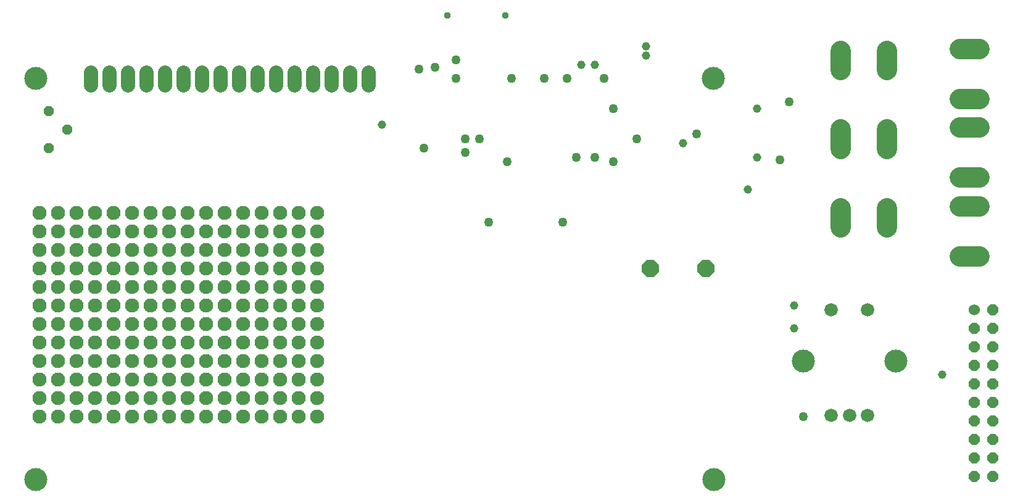
<source format=gbs>
G75*
G70*
%OFA0B0*%
%FSLAX24Y24*%
%IPPOS*%
%LPD*%
%AMOC8*
5,1,8,0,0,1.08239X$1,22.5*
%
%ADD10C,0.0760*%
%ADD11C,0.1241*%
%ADD12C,0.0720*%
%ADD13OC8,0.0540*%
%ADD14C,0.0600*%
%ADD15OC8,0.0600*%
%ADD16C,0.1110*%
%ADD17C,0.0375*%
%ADD18OC8,0.0910*%
%ADD19C,0.0496*%
%ADD20C,0.0457*%
%ADD21C,0.0760*%
D10*
X005178Y027566D02*
X005178Y028266D01*
X006178Y028266D02*
X006178Y027566D01*
X007178Y027566D02*
X007178Y028266D01*
X008178Y028266D02*
X008178Y027566D01*
X009178Y027566D02*
X009178Y028266D01*
X010178Y028266D02*
X010178Y027566D01*
X011178Y027566D02*
X011178Y028266D01*
X012178Y028266D02*
X012178Y027566D01*
X013178Y027566D02*
X013178Y028266D01*
X014178Y028266D02*
X014178Y027566D01*
X015178Y027566D02*
X015178Y028266D01*
X016178Y028266D02*
X016178Y027566D01*
X017178Y027566D02*
X017178Y028266D01*
X018178Y028266D02*
X018178Y027566D01*
X019178Y027566D02*
X019178Y028266D01*
X020178Y028266D02*
X020178Y027566D01*
D11*
X002230Y006258D03*
X038845Y006258D03*
X043680Y012663D03*
X048680Y012663D03*
X038840Y027913D03*
X002230Y027913D03*
D12*
X045196Y015419D03*
X047164Y015419D03*
X047164Y009710D03*
X046180Y009710D03*
X045196Y009710D03*
D13*
X003930Y025163D03*
X002930Y026153D03*
X002930Y024173D03*
D14*
X052930Y015413D03*
D15*
X053930Y015413D03*
X053930Y014413D03*
X052930Y014413D03*
X052930Y013413D03*
X053930Y013413D03*
X053930Y012413D03*
X052930Y012413D03*
X052930Y011413D03*
X053930Y011413D03*
X053930Y010413D03*
X052930Y010413D03*
X052930Y009413D03*
X053930Y009413D03*
X053930Y008413D03*
X052930Y008413D03*
X052930Y007413D03*
X053930Y007413D03*
X053930Y006413D03*
X052930Y006413D03*
D16*
X053180Y018333D02*
X052130Y018333D01*
X048180Y019888D02*
X048180Y020938D01*
X045680Y020938D02*
X045680Y019888D01*
X052130Y021033D02*
X053180Y021033D01*
X053180Y022583D02*
X052130Y022583D01*
X048180Y024138D02*
X048180Y025188D01*
X045680Y025188D02*
X045680Y024138D01*
X052130Y025283D02*
X053180Y025283D01*
X053180Y026833D02*
X052130Y026833D01*
X048180Y028388D02*
X048180Y029438D01*
X045680Y029438D02*
X045680Y028388D01*
X052130Y029533D02*
X053180Y029533D01*
D17*
X027597Y031336D03*
X024448Y031336D03*
D18*
X035430Y017663D03*
X038430Y017663D03*
D19*
X030680Y020163D03*
X026680Y020163D03*
X027680Y023413D03*
X026180Y024663D03*
X025430Y024663D03*
X025430Y023913D03*
X023180Y024163D03*
X024930Y027913D03*
X023805Y028538D03*
X022930Y028413D03*
X024930Y028913D03*
X027930Y027913D03*
X029680Y027913D03*
X030930Y027913D03*
X032930Y027913D03*
X033430Y026288D03*
X034680Y024663D03*
X033430Y023413D03*
X032430Y023663D03*
X031430Y023663D03*
X037930Y024913D03*
X042430Y023538D03*
X042930Y026663D03*
X043680Y009663D03*
D20*
X051180Y011913D03*
X043180Y014413D03*
X043180Y015663D03*
X040680Y021913D03*
X041180Y023663D03*
X037180Y024413D03*
X041180Y026288D03*
X035180Y029163D03*
X035180Y029663D03*
X032430Y028663D03*
X031680Y028663D03*
X020930Y025413D03*
D21*
X017430Y020663D03*
X016430Y020663D03*
X015430Y020663D03*
X014430Y020663D03*
X013430Y020663D03*
X012430Y020663D03*
X011430Y020663D03*
X010430Y020663D03*
X009430Y020663D03*
X008430Y020663D03*
X007430Y020663D03*
X006430Y020663D03*
X005430Y020663D03*
X004430Y020663D03*
X003430Y020663D03*
X002430Y020663D03*
X002430Y019663D03*
X003430Y019663D03*
X004430Y019663D03*
X005430Y019663D03*
X006430Y019663D03*
X007430Y019663D03*
X008430Y019663D03*
X009430Y019663D03*
X010430Y019663D03*
X011430Y019663D03*
X012430Y019663D03*
X013430Y019663D03*
X014430Y019663D03*
X015430Y019663D03*
X016430Y019663D03*
X017430Y019663D03*
X017430Y018663D03*
X016430Y018663D03*
X015430Y018663D03*
X014430Y018663D03*
X013430Y018663D03*
X012430Y018663D03*
X011430Y018663D03*
X010430Y018663D03*
X009430Y018663D03*
X008430Y018663D03*
X007430Y018663D03*
X006430Y018663D03*
X005430Y018663D03*
X004430Y018663D03*
X003430Y018663D03*
X002430Y018663D03*
X002430Y017663D03*
X003430Y017663D03*
X004430Y017663D03*
X005430Y017663D03*
X006430Y017663D03*
X007430Y017663D03*
X008430Y017663D03*
X009430Y017663D03*
X010430Y017663D03*
X011430Y017663D03*
X012430Y017663D03*
X013430Y017663D03*
X014430Y017663D03*
X015430Y017663D03*
X016430Y017663D03*
X017430Y017663D03*
X017430Y016663D03*
X016430Y016663D03*
X015430Y016663D03*
X014430Y016663D03*
X013430Y016663D03*
X012430Y016663D03*
X011430Y016663D03*
X010430Y016663D03*
X009430Y016663D03*
X008430Y016663D03*
X007430Y016663D03*
X006430Y016663D03*
X005430Y016663D03*
X004430Y016663D03*
X003430Y016663D03*
X002430Y016663D03*
X002430Y015663D03*
X003430Y015663D03*
X004430Y015663D03*
X005430Y015663D03*
X006430Y015663D03*
X007430Y015663D03*
X008430Y015663D03*
X009430Y015663D03*
X010430Y015663D03*
X011430Y015663D03*
X012430Y015663D03*
X013430Y015663D03*
X014430Y015663D03*
X015430Y015663D03*
X016430Y015663D03*
X017430Y015663D03*
X017430Y014663D03*
X016430Y014663D03*
X015430Y014663D03*
X014430Y014663D03*
X013430Y014663D03*
X012430Y014663D03*
X011430Y014663D03*
X010430Y014663D03*
X009430Y014663D03*
X008430Y014663D03*
X007430Y014663D03*
X006430Y014663D03*
X005430Y014663D03*
X004430Y014663D03*
X003430Y014663D03*
X002430Y014663D03*
X002430Y013663D03*
X003430Y013663D03*
X004430Y013663D03*
X005430Y013663D03*
X006430Y013663D03*
X007430Y013663D03*
X008430Y013663D03*
X009430Y013663D03*
X010430Y013663D03*
X011430Y013663D03*
X012430Y013663D03*
X013430Y013663D03*
X014430Y013663D03*
X015430Y013663D03*
X016430Y013663D03*
X017430Y013663D03*
X017430Y012663D03*
X016430Y012663D03*
X015430Y012663D03*
X014430Y012663D03*
X013430Y012663D03*
X012430Y012663D03*
X011430Y012663D03*
X010430Y012663D03*
X009430Y012663D03*
X008430Y012663D03*
X007430Y012663D03*
X006430Y012663D03*
X005430Y012663D03*
X004430Y012663D03*
X003430Y012663D03*
X002430Y012663D03*
X002430Y011663D03*
X003430Y011663D03*
X004430Y011663D03*
X005430Y011663D03*
X006430Y011663D03*
X007430Y011663D03*
X008430Y011663D03*
X009430Y011663D03*
X010430Y011663D03*
X011430Y011663D03*
X012430Y011663D03*
X013430Y011663D03*
X014430Y011663D03*
X015430Y011663D03*
X016430Y011663D03*
X017430Y011663D03*
X017430Y010663D03*
X016430Y010663D03*
X015430Y010663D03*
X014430Y010663D03*
X013430Y010663D03*
X012430Y010663D03*
X011430Y010663D03*
X010430Y010663D03*
X009430Y010663D03*
X008430Y010663D03*
X007430Y010663D03*
X006430Y010663D03*
X005430Y010663D03*
X004430Y010663D03*
X003430Y010663D03*
X002430Y010663D03*
X002430Y009663D03*
X003430Y009663D03*
X004430Y009663D03*
X005430Y009663D03*
X006430Y009663D03*
X007430Y009663D03*
X008430Y009663D03*
X009430Y009663D03*
X010430Y009663D03*
X011430Y009663D03*
X012430Y009663D03*
X013430Y009663D03*
X014430Y009663D03*
X015430Y009663D03*
X016430Y009663D03*
X017430Y009663D03*
M02*

</source>
